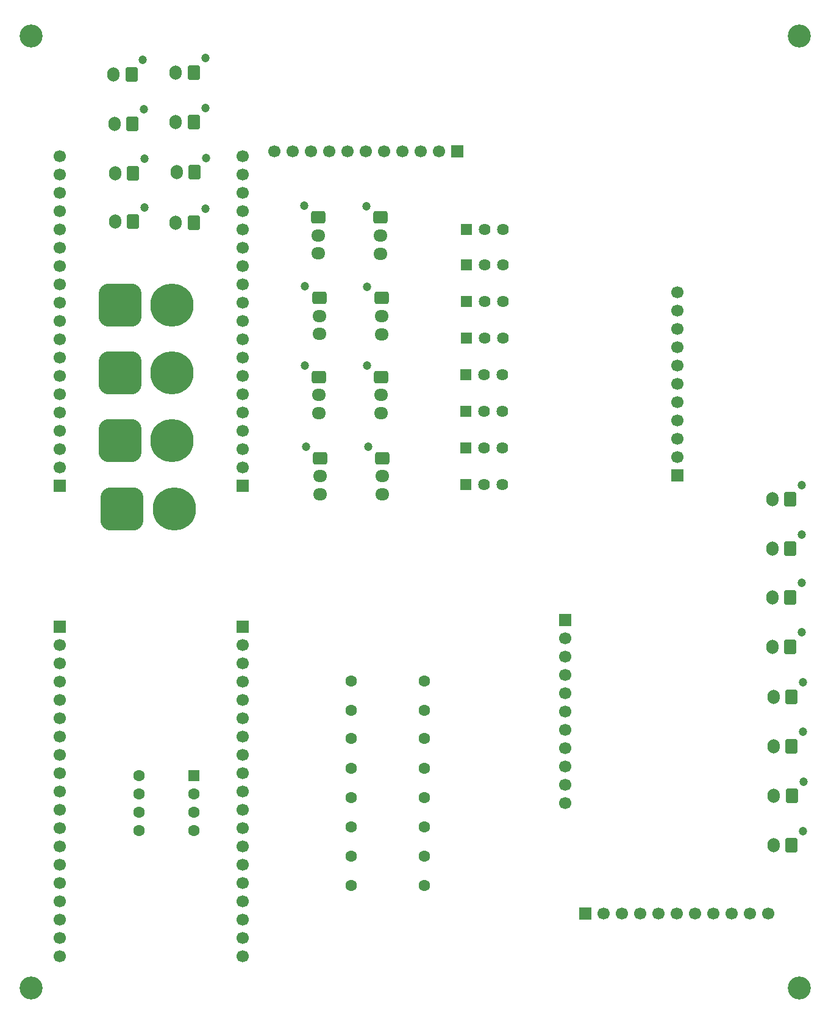
<source format=gbs>
G04 #@! TF.GenerationSoftware,KiCad,Pcbnew,9.0.3*
G04 #@! TF.CreationDate,2025-08-08T01:40:51+09:00*
G04 #@! TF.ProjectId,ESP32-MB-1.0,45535033-322d-44d4-922d-312e302e6b69,rev?*
G04 #@! TF.SameCoordinates,Original*
G04 #@! TF.FileFunction,Soldermask,Bot*
G04 #@! TF.FilePolarity,Negative*
%FSLAX46Y46*%
G04 Gerber Fmt 4.6, Leading zero omitted, Abs format (unit mm)*
G04 Created by KiCad (PCBNEW 9.0.3) date 2025-08-08 01:40:51*
%MOMM*%
%LPD*%
G01*
G04 APERTURE LIST*
G04 Aperture macros list*
%AMRoundRect*
0 Rectangle with rounded corners*
0 $1 Rounding radius*
0 $2 $3 $4 $5 $6 $7 $8 $9 X,Y pos of 4 corners*
0 Add a 4 corners polygon primitive as box body*
4,1,4,$2,$3,$4,$5,$6,$7,$8,$9,$2,$3,0*
0 Add four circle primitives for the rounded corners*
1,1,$1+$1,$2,$3*
1,1,$1+$1,$4,$5*
1,1,$1+$1,$6,$7*
1,1,$1+$1,$8,$9*
0 Add four rect primitives between the rounded corners*
20,1,$1+$1,$2,$3,$4,$5,0*
20,1,$1+$1,$4,$5,$6,$7,0*
20,1,$1+$1,$6,$7,$8,$9,0*
20,1,$1+$1,$8,$9,$2,$3,0*%
G04 Aperture macros list end*
%ADD10C,1.200000*%
%ADD11RoundRect,0.250000X0.600000X0.750000X-0.600000X0.750000X-0.600000X-0.750000X0.600000X-0.750000X0*%
%ADD12O,1.700000X2.000000*%
%ADD13RoundRect,1.500000X-1.500000X-1.500000X1.500000X-1.500000X1.500000X1.500000X-1.500000X1.500000X0*%
%ADD14C,6.000000*%
%ADD15RoundRect,0.250000X-0.725000X0.600000X-0.725000X-0.600000X0.725000X-0.600000X0.725000X0.600000X0*%
%ADD16O,1.950000X1.700000*%
%ADD17R,1.700000X1.700000*%
%ADD18C,1.700000*%
%ADD19R,1.625600X1.625600*%
%ADD20C,1.625600*%
%ADD21C,3.200000*%
%ADD22C,1.600000*%
%ADD23RoundRect,0.250000X0.550000X0.550000X-0.550000X0.550000X-0.550000X-0.550000X0.550000X-0.550000X0*%
G04 APERTURE END LIST*
D10*
X198328000Y-82112000D03*
D11*
X196728000Y-84112000D03*
D12*
X194228000Y-84112000D03*
X194208000Y-97718000D03*
D11*
X196708000Y-97718000D03*
D10*
X198308000Y-95718000D03*
D12*
X194228000Y-104559000D03*
D11*
X196728000Y-104559000D03*
D10*
X198328000Y-102559000D03*
D13*
X103676000Y-66586000D03*
D14*
X110876000Y-66586000D03*
D10*
X198506000Y-116370000D03*
D11*
X196906000Y-118370000D03*
D12*
X194406000Y-118370000D03*
D10*
X138086000Y-76823000D03*
D15*
X140086000Y-78423000D03*
D16*
X140086000Y-80923000D03*
X140086000Y-83423000D03*
D10*
X107066000Y-43612100D03*
D11*
X105466000Y-45612100D03*
D12*
X102966000Y-45612100D03*
D17*
X181063900Y-80768700D03*
D18*
X181063900Y-78228700D03*
X181063900Y-75688700D03*
X181063900Y-73148700D03*
X181063900Y-70608700D03*
X181063900Y-68068700D03*
X181063900Y-65528700D03*
X181063900Y-62988700D03*
X181063900Y-60448700D03*
X181063900Y-57908700D03*
X181063900Y-55368700D03*
D19*
X151686100Y-66825300D03*
D20*
X154226100Y-66825300D03*
X156766100Y-66825300D03*
D13*
X103635000Y-75982000D03*
D14*
X110835000Y-75982000D03*
D19*
X151770000Y-56680000D03*
D20*
X154310000Y-56680000D03*
X156850000Y-56680000D03*
D19*
X151770000Y-51600000D03*
D20*
X154310000Y-51600000D03*
X156850000Y-51600000D03*
D17*
X150495000Y-35879000D03*
D18*
X147955000Y-35879000D03*
X145415000Y-35879000D03*
X142875000Y-35879000D03*
X140335000Y-35879000D03*
X137795000Y-35879000D03*
X135255000Y-35879000D03*
X132715000Y-35879000D03*
X130175000Y-35879000D03*
X127635000Y-35879000D03*
X125095000Y-35879000D03*
D19*
X151770000Y-61760000D03*
D20*
X154310000Y-61760000D03*
X156850000Y-61760000D03*
D19*
X151686100Y-71905300D03*
D20*
X154226100Y-71905300D03*
X156766100Y-71905300D03*
D21*
X91318000Y-151930000D03*
D10*
X129196000Y-43404000D03*
D15*
X131196000Y-45004000D03*
D16*
X131196000Y-47504000D03*
X131196000Y-50004000D03*
D10*
X129274000Y-65556000D03*
D15*
X131274000Y-67156000D03*
D16*
X131274000Y-69656000D03*
X131274000Y-72156000D03*
D10*
X106950300Y-30006100D03*
D11*
X105350300Y-32006100D03*
D12*
X102850300Y-32006100D03*
D10*
X106823300Y-23148100D03*
D11*
X105223300Y-25148100D03*
D12*
X102723300Y-25148100D03*
D10*
X107066000Y-36868000D03*
D11*
X105466000Y-38868000D03*
D12*
X102966000Y-38868000D03*
D10*
X198506000Y-109512000D03*
D11*
X196906000Y-111512000D03*
D12*
X194406000Y-111512000D03*
D10*
X115588000Y-36756000D03*
D11*
X113988000Y-38756000D03*
D12*
X111488000Y-38756000D03*
D10*
X129450000Y-76823000D03*
D15*
X131450000Y-78423000D03*
D16*
X131450000Y-80923000D03*
X131450000Y-83423000D03*
D10*
X198542000Y-123260000D03*
D11*
X196942000Y-125260000D03*
D12*
X194442000Y-125260000D03*
D19*
X151686100Y-76985300D03*
D20*
X154226100Y-76985300D03*
X156766100Y-76985300D03*
D10*
X198328000Y-88970000D03*
D11*
X196728000Y-90970000D03*
D12*
X194228000Y-90970000D03*
D10*
X115484000Y-29788000D03*
D11*
X113884000Y-31788000D03*
D12*
X111384000Y-31788000D03*
D10*
X115484000Y-43758000D03*
D11*
X113884000Y-45758000D03*
D12*
X111384000Y-45758000D03*
D10*
X137910000Y-65556000D03*
D15*
X139910000Y-67156000D03*
D16*
X139910000Y-69656000D03*
X139910000Y-72156000D03*
D10*
X198502000Y-130118000D03*
D11*
X196902000Y-132118000D03*
D12*
X194402000Y-132118000D03*
D19*
X151765000Y-46649000D03*
D20*
X154305000Y-46649000D03*
X156845000Y-46649000D03*
D21*
X91318000Y-19850000D03*
D10*
X137942000Y-54598000D03*
D15*
X139942000Y-56198000D03*
D16*
X139942000Y-58698000D03*
X139942000Y-61198000D03*
D13*
X103945000Y-85424400D03*
D14*
X111145000Y-85424400D03*
D10*
X129306000Y-54580000D03*
D15*
X131306000Y-56180000D03*
D16*
X131306000Y-58680000D03*
X131306000Y-61180000D03*
D19*
X151686100Y-82065300D03*
D20*
X154226100Y-82065300D03*
X156766100Y-82065300D03*
D10*
X115484000Y-22898000D03*
D11*
X113884000Y-24898000D03*
D12*
X111384000Y-24898000D03*
D13*
X103676000Y-57188000D03*
D14*
X110876000Y-57188000D03*
D21*
X197998000Y-151930000D03*
D17*
X165486000Y-100876000D03*
D18*
X165486000Y-103416000D03*
X165486000Y-105956000D03*
X165486000Y-108496000D03*
X165486000Y-111036000D03*
X165486000Y-113576000D03*
X165486000Y-116116000D03*
X165486000Y-118656000D03*
X165486000Y-121196000D03*
X165486000Y-123736000D03*
X165486000Y-126276000D03*
D17*
X168275000Y-141589000D03*
D18*
X170815000Y-141589000D03*
X173355000Y-141589000D03*
X175895000Y-141589000D03*
X178435000Y-141589000D03*
X180975000Y-141589000D03*
X183515000Y-141589000D03*
X186055000Y-141589000D03*
X188595000Y-141589000D03*
X191135000Y-141589000D03*
X193675000Y-141589000D03*
D10*
X137832000Y-43422000D03*
D15*
X139832000Y-45022000D03*
D16*
X139832000Y-47522000D03*
X139832000Y-50022000D03*
D21*
X197998000Y-19850000D03*
D22*
X145928000Y-133628000D03*
X135768000Y-133628000D03*
X145928000Y-129578000D03*
X135768000Y-129578000D03*
D23*
X113919000Y-122466000D03*
D22*
X113919000Y-125006000D03*
X113919000Y-127546000D03*
X113919000Y-130086000D03*
X106299000Y-130086000D03*
X106299000Y-127546000D03*
X106299000Y-125006000D03*
X106299000Y-122466000D03*
X145933000Y-117327000D03*
X135773000Y-117327000D03*
X145928000Y-113378000D03*
X135768000Y-113378000D03*
X145928000Y-109328000D03*
X135768000Y-109328000D03*
D17*
X95263000Y-82236000D03*
D18*
X95263000Y-79696000D03*
X95263000Y-77156000D03*
X95263000Y-74616000D03*
X95263000Y-72076000D03*
X95263000Y-69536000D03*
X95263000Y-66996000D03*
X95263000Y-64456000D03*
X95263000Y-61916000D03*
X95263000Y-59376000D03*
X95263000Y-56836000D03*
X95263000Y-54296000D03*
X95263000Y-51756000D03*
X95263000Y-49216000D03*
X95263000Y-46676000D03*
X95263000Y-44136000D03*
X95263000Y-41596000D03*
X95263000Y-39056000D03*
X95263000Y-36516000D03*
D17*
X120663000Y-82236000D03*
D18*
X120663000Y-79696000D03*
X120663000Y-77156000D03*
X120663000Y-74616000D03*
X120663000Y-72076000D03*
X120663000Y-69536000D03*
X120663000Y-66996000D03*
X120663000Y-64456000D03*
X120663000Y-61916000D03*
X120663000Y-59376000D03*
X120663000Y-56836000D03*
X120663000Y-54296000D03*
X120663000Y-51756000D03*
X120663000Y-49216000D03*
X120663000Y-46676000D03*
X120663000Y-44136000D03*
X120663000Y-41596000D03*
X120663000Y-39056000D03*
X120663000Y-36516000D03*
D22*
X145928000Y-137678000D03*
X135768000Y-137678000D03*
D17*
X120663000Y-101794000D03*
D18*
X120663000Y-104334000D03*
X120663000Y-106874000D03*
X120663000Y-109414000D03*
X120663000Y-111954000D03*
X120663000Y-114494000D03*
X120663000Y-117034000D03*
X120663000Y-119574000D03*
X120663000Y-122114000D03*
X120663000Y-124654000D03*
X120663000Y-127194000D03*
X120663000Y-129734000D03*
X120663000Y-132274000D03*
X120663000Y-134814000D03*
X120663000Y-137354000D03*
X120663000Y-139894000D03*
X120663000Y-142434000D03*
X120663000Y-144974000D03*
X120663000Y-147514000D03*
D22*
X145928000Y-125528000D03*
X135768000Y-125528000D03*
X145928000Y-121478000D03*
X135768000Y-121478000D03*
D17*
X95263000Y-101794000D03*
D18*
X95263000Y-104334000D03*
X95263000Y-106874000D03*
X95263000Y-109414000D03*
X95263000Y-111954000D03*
X95263000Y-114494000D03*
X95263000Y-117034000D03*
X95263000Y-119574000D03*
X95263000Y-122114000D03*
X95263000Y-124654000D03*
X95263000Y-127194000D03*
X95263000Y-129734000D03*
X95263000Y-132274000D03*
X95263000Y-134814000D03*
X95263000Y-137354000D03*
X95263000Y-139894000D03*
X95263000Y-142434000D03*
X95263000Y-144974000D03*
X95263000Y-147514000D03*
M02*

</source>
